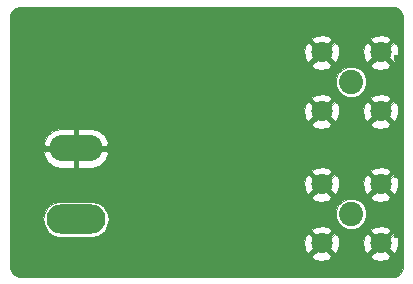
<source format=gbr>
G04 #@! TF.GenerationSoftware,KiCad,Pcbnew,(5.0.2)-1*
G04 #@! TF.CreationDate,2019-08-18T14:58:17-04:00*
G04 #@! TF.ProjectId,LTC3260-DualRail,4c544333-3236-4302-9d44-75616c526169,rev?*
G04 #@! TF.SameCoordinates,Original*
G04 #@! TF.FileFunction,Copper,L2,Bot*
G04 #@! TF.FilePolarity,Positive*
%FSLAX46Y46*%
G04 Gerber Fmt 4.6, Leading zero omitted, Abs format (unit mm)*
G04 Created by KiCad (PCBNEW (5.0.2)-1) date 8/18/2019 2:58:17 PM*
%MOMM*%
%LPD*%
G01*
G04 APERTURE LIST*
G04 #@! TA.AperFunction,ComponentPad*
%ADD10O,5.000000X2.500000*%
G04 #@! TD*
G04 #@! TA.AperFunction,ComponentPad*
%ADD11O,4.500000X2.250000*%
G04 #@! TD*
G04 #@! TA.AperFunction,ComponentPad*
%ADD12C,1.800000*%
G04 #@! TD*
G04 #@! TA.AperFunction,ComponentPad*
%ADD13C,2.050000*%
G04 #@! TD*
G04 #@! TA.AperFunction,ViaPad*
%ADD14C,0.600000*%
G04 #@! TD*
G04 #@! TA.AperFunction,Conductor*
%ADD15C,0.100000*%
G04 #@! TD*
G04 APERTURE END LIST*
D10*
G04 #@! TO.P,J1,1*
G04 #@! TO.N,+9V*
X74150220Y-83774280D03*
D11*
G04 #@! TO.P,J1,2*
G04 #@! TO.N,GND*
X74150220Y-77774280D03*
G04 #@! TD*
D12*
G04 #@! TO.P,J2,2*
G04 #@! TO.N,GND*
X94954720Y-74636000D03*
X94954720Y-69636000D03*
X99954720Y-69636000D03*
X99954720Y-74636000D03*
D13*
G04 #@! TO.P,J2,1*
G04 #@! TO.N,/-5V*
X97454720Y-72136000D03*
G04 #@! TD*
G04 #@! TO.P,J3,1*
G04 #@! TO.N,/+5V*
X97454720Y-83312000D03*
D12*
G04 #@! TO.P,J3,2*
G04 #@! TO.N,GND*
X99954720Y-85812000D03*
X99954720Y-80812000D03*
X94954720Y-80812000D03*
X94954720Y-85812000D03*
G04 #@! TD*
D14*
G04 #@! TO.N,GND*
X85567520Y-69710300D03*
X87599520Y-85090000D03*
X86227920Y-85090000D03*
X85567520Y-85902800D03*
X85567520Y-86817200D03*
X86024720Y-80975200D03*
X85567520Y-70612000D03*
X86761320Y-70624700D03*
X87891620Y-70612000D03*
X82976720Y-69405500D03*
X82976720Y-70345300D03*
X82989420Y-67894200D03*
X84500720Y-67856100D03*
X90571320Y-73101200D03*
X91714320Y-73126600D03*
X93124020Y-72898000D03*
X88519000Y-76073000D03*
X91498420Y-77127100D03*
X88475820Y-77609700D03*
X88488520Y-78803500D03*
X91777820Y-78371700D03*
X91041220Y-81965800D03*
X76829920Y-75935840D03*
X70779640Y-76123800D03*
X74112120Y-75432920D03*
X78994000Y-86106000D03*
X78994000Y-87376000D03*
X81851500Y-87439500D03*
X81915000Y-86106000D03*
X79502000Y-80518000D03*
X80772000Y-80010000D03*
X69850000Y-66294000D03*
X72898000Y-66294000D03*
X75946000Y-66294000D03*
X78994000Y-66294000D03*
X81788000Y-66294000D03*
X90170000Y-66294000D03*
X93218000Y-66294000D03*
X96520000Y-66294000D03*
X99314000Y-66294000D03*
X101346000Y-67818000D03*
X101346000Y-70104000D03*
X101346000Y-73406000D03*
X101346000Y-75692000D03*
X101346000Y-77978000D03*
X101346000Y-80010000D03*
X101346000Y-82296000D03*
X101346000Y-85090000D03*
X101346000Y-87630000D03*
X98806000Y-88138000D03*
X96012000Y-88138000D03*
X93218000Y-88138000D03*
X77724000Y-88138000D03*
X74676000Y-88138000D03*
X72136000Y-88138000D03*
X69596000Y-88138000D03*
X69088000Y-85852000D03*
X69088000Y-83312000D03*
X69088000Y-80518000D03*
X69088000Y-77216000D03*
X69088000Y-74168000D03*
X69088000Y-71120000D03*
X69088000Y-68326000D03*
G04 #@! TD*
D15*
G04 #@! TO.N,GND*
G36*
X101373506Y-65868382D02*
X101612156Y-66027844D01*
X101771618Y-66266494D01*
X101833000Y-66575085D01*
X101833001Y-87856910D01*
X101771618Y-88165506D01*
X101612156Y-88404156D01*
X101373506Y-88563618D01*
X101064915Y-88625000D01*
X69369085Y-88625000D01*
X69060494Y-88563618D01*
X68821844Y-88404156D01*
X68662382Y-88165506D01*
X68601000Y-87856915D01*
X68601000Y-86897782D01*
X94157438Y-86897782D01*
X94254246Y-87123185D01*
X94809335Y-87291437D01*
X95386557Y-87234458D01*
X95655194Y-87123185D01*
X95752002Y-86897782D01*
X99157438Y-86897782D01*
X99254246Y-87123185D01*
X99809335Y-87291437D01*
X100386557Y-87234458D01*
X100655194Y-87123185D01*
X100752002Y-86897782D01*
X99954720Y-86100500D01*
X99157438Y-86897782D01*
X95752002Y-86897782D01*
X94954720Y-86100500D01*
X94157438Y-86897782D01*
X68601000Y-86897782D01*
X68601000Y-85666615D01*
X93475283Y-85666615D01*
X93532262Y-86243837D01*
X93643535Y-86512474D01*
X93868938Y-86609282D01*
X94666220Y-85812000D01*
X95243220Y-85812000D01*
X96040502Y-86609282D01*
X96265905Y-86512474D01*
X96434157Y-85957385D01*
X96405455Y-85666615D01*
X98475283Y-85666615D01*
X98532262Y-86243837D01*
X98643535Y-86512474D01*
X98868938Y-86609282D01*
X99666220Y-85812000D01*
X100243220Y-85812000D01*
X101040502Y-86609282D01*
X101265905Y-86512474D01*
X101434157Y-85957385D01*
X101377178Y-85380163D01*
X101265905Y-85111526D01*
X101040502Y-85014718D01*
X100243220Y-85812000D01*
X99666220Y-85812000D01*
X98868938Y-85014718D01*
X98643535Y-85111526D01*
X98475283Y-85666615D01*
X96405455Y-85666615D01*
X96377178Y-85380163D01*
X96265905Y-85111526D01*
X96040502Y-85014718D01*
X95243220Y-85812000D01*
X94666220Y-85812000D01*
X93868938Y-85014718D01*
X93643535Y-85111526D01*
X93475283Y-85666615D01*
X68601000Y-85666615D01*
X68601000Y-83774280D01*
X71370834Y-83774280D01*
X71487252Y-84359551D01*
X71818781Y-84855719D01*
X72314949Y-85187248D01*
X72752487Y-85274280D01*
X75547953Y-85274280D01*
X75985491Y-85187248D01*
X76481659Y-84855719D01*
X76568188Y-84726218D01*
X94157438Y-84726218D01*
X94954720Y-85523500D01*
X95752002Y-84726218D01*
X99157438Y-84726218D01*
X99954720Y-85523500D01*
X100752002Y-84726218D01*
X100655194Y-84500815D01*
X100100105Y-84332563D01*
X99522883Y-84389542D01*
X99254246Y-84500815D01*
X99157438Y-84726218D01*
X95752002Y-84726218D01*
X95655194Y-84500815D01*
X95100105Y-84332563D01*
X94522883Y-84389542D01*
X94254246Y-84500815D01*
X94157438Y-84726218D01*
X76568188Y-84726218D01*
X76813188Y-84359551D01*
X76929606Y-83774280D01*
X76813188Y-83189009D01*
X76725910Y-83058387D01*
X96179720Y-83058387D01*
X96179720Y-83565613D01*
X96373827Y-84034230D01*
X96732490Y-84392893D01*
X97201107Y-84587000D01*
X97708333Y-84587000D01*
X98176950Y-84392893D01*
X98535613Y-84034230D01*
X98729720Y-83565613D01*
X98729720Y-83058387D01*
X98535613Y-82589770D01*
X98176950Y-82231107D01*
X97708333Y-82037000D01*
X97201107Y-82037000D01*
X96732490Y-82231107D01*
X96373827Y-82589770D01*
X96179720Y-83058387D01*
X76725910Y-83058387D01*
X76481659Y-82692841D01*
X75985491Y-82361312D01*
X75547953Y-82274280D01*
X72752487Y-82274280D01*
X72314949Y-82361312D01*
X71818781Y-82692841D01*
X71487252Y-83189009D01*
X71370834Y-83774280D01*
X68601000Y-83774280D01*
X68601000Y-81897782D01*
X94157438Y-81897782D01*
X94254246Y-82123185D01*
X94809335Y-82291437D01*
X95386557Y-82234458D01*
X95655194Y-82123185D01*
X95752002Y-81897782D01*
X99157438Y-81897782D01*
X99254246Y-82123185D01*
X99809335Y-82291437D01*
X100386557Y-82234458D01*
X100655194Y-82123185D01*
X100752002Y-81897782D01*
X99954720Y-81100500D01*
X99157438Y-81897782D01*
X95752002Y-81897782D01*
X94954720Y-81100500D01*
X94157438Y-81897782D01*
X68601000Y-81897782D01*
X68601000Y-80666615D01*
X93475283Y-80666615D01*
X93532262Y-81243837D01*
X93643535Y-81512474D01*
X93868938Y-81609282D01*
X94666220Y-80812000D01*
X95243220Y-80812000D01*
X96040502Y-81609282D01*
X96265905Y-81512474D01*
X96434157Y-80957385D01*
X96405455Y-80666615D01*
X98475283Y-80666615D01*
X98532262Y-81243837D01*
X98643535Y-81512474D01*
X98868938Y-81609282D01*
X99666220Y-80812000D01*
X100243220Y-80812000D01*
X101040502Y-81609282D01*
X101265905Y-81512474D01*
X101434157Y-80957385D01*
X101377178Y-80380163D01*
X101265905Y-80111526D01*
X101040502Y-80014718D01*
X100243220Y-80812000D01*
X99666220Y-80812000D01*
X98868938Y-80014718D01*
X98643535Y-80111526D01*
X98475283Y-80666615D01*
X96405455Y-80666615D01*
X96377178Y-80380163D01*
X96265905Y-80111526D01*
X96040502Y-80014718D01*
X95243220Y-80812000D01*
X94666220Y-80812000D01*
X93868938Y-80014718D01*
X93643535Y-80111526D01*
X93475283Y-80666615D01*
X68601000Y-80666615D01*
X68601000Y-79726218D01*
X94157438Y-79726218D01*
X94954720Y-80523500D01*
X95752002Y-79726218D01*
X99157438Y-79726218D01*
X99954720Y-80523500D01*
X100752002Y-79726218D01*
X100655194Y-79500815D01*
X100100105Y-79332563D01*
X99522883Y-79389542D01*
X99254246Y-79500815D01*
X99157438Y-79726218D01*
X95752002Y-79726218D01*
X95655194Y-79500815D01*
X95100105Y-79332563D01*
X94522883Y-79389542D01*
X94254246Y-79500815D01*
X94157438Y-79726218D01*
X68601000Y-79726218D01*
X68601000Y-77311454D01*
X71407109Y-77311454D01*
X71495260Y-77570280D01*
X72450171Y-77570280D01*
X72450170Y-77978280D01*
X71495260Y-77978280D01*
X71407109Y-78237106D01*
X71690909Y-78820091D01*
X72192692Y-79251102D01*
X72821220Y-79457280D01*
X73946220Y-79457280D01*
X73946220Y-78474330D01*
X74354220Y-78474330D01*
X74354220Y-79457280D01*
X75479220Y-79457280D01*
X76107748Y-79251102D01*
X76609531Y-78820091D01*
X76893331Y-78237106D01*
X76805180Y-77978280D01*
X75850270Y-77978280D01*
X75850270Y-77570280D01*
X76805180Y-77570280D01*
X76893331Y-77311454D01*
X76609531Y-76728469D01*
X76107748Y-76297458D01*
X75479220Y-76091280D01*
X74354220Y-76091280D01*
X74354220Y-77074230D01*
X73946220Y-77074230D01*
X73946220Y-76091280D01*
X72821220Y-76091280D01*
X72192692Y-76297458D01*
X71690909Y-76728469D01*
X71407109Y-77311454D01*
X68601000Y-77311454D01*
X68601000Y-75721782D01*
X94157438Y-75721782D01*
X94254246Y-75947185D01*
X94809335Y-76115437D01*
X95386557Y-76058458D01*
X95655194Y-75947185D01*
X95752002Y-75721782D01*
X99157438Y-75721782D01*
X99254246Y-75947185D01*
X99809335Y-76115437D01*
X100386557Y-76058458D01*
X100655194Y-75947185D01*
X100752002Y-75721782D01*
X99954720Y-74924500D01*
X99157438Y-75721782D01*
X95752002Y-75721782D01*
X94954720Y-74924500D01*
X94157438Y-75721782D01*
X68601000Y-75721782D01*
X68601000Y-74490615D01*
X93475283Y-74490615D01*
X93532262Y-75067837D01*
X93643535Y-75336474D01*
X93868938Y-75433282D01*
X94666220Y-74636000D01*
X95243220Y-74636000D01*
X96040502Y-75433282D01*
X96265905Y-75336474D01*
X96434157Y-74781385D01*
X96405455Y-74490615D01*
X98475283Y-74490615D01*
X98532262Y-75067837D01*
X98643535Y-75336474D01*
X98868938Y-75433282D01*
X99666220Y-74636000D01*
X100243220Y-74636000D01*
X101040502Y-75433282D01*
X101265905Y-75336474D01*
X101434157Y-74781385D01*
X101377178Y-74204163D01*
X101265905Y-73935526D01*
X101040502Y-73838718D01*
X100243220Y-74636000D01*
X99666220Y-74636000D01*
X98868938Y-73838718D01*
X98643535Y-73935526D01*
X98475283Y-74490615D01*
X96405455Y-74490615D01*
X96377178Y-74204163D01*
X96265905Y-73935526D01*
X96040502Y-73838718D01*
X95243220Y-74636000D01*
X94666220Y-74636000D01*
X93868938Y-73838718D01*
X93643535Y-73935526D01*
X93475283Y-74490615D01*
X68601000Y-74490615D01*
X68601000Y-73550218D01*
X94157438Y-73550218D01*
X94954720Y-74347500D01*
X95752002Y-73550218D01*
X99157438Y-73550218D01*
X99954720Y-74347500D01*
X100752002Y-73550218D01*
X100655194Y-73324815D01*
X100100105Y-73156563D01*
X99522883Y-73213542D01*
X99254246Y-73324815D01*
X99157438Y-73550218D01*
X95752002Y-73550218D01*
X95655194Y-73324815D01*
X95100105Y-73156563D01*
X94522883Y-73213542D01*
X94254246Y-73324815D01*
X94157438Y-73550218D01*
X68601000Y-73550218D01*
X68601000Y-71882387D01*
X96179720Y-71882387D01*
X96179720Y-72389613D01*
X96373827Y-72858230D01*
X96732490Y-73216893D01*
X97201107Y-73411000D01*
X97708333Y-73411000D01*
X98176950Y-73216893D01*
X98535613Y-72858230D01*
X98729720Y-72389613D01*
X98729720Y-71882387D01*
X98535613Y-71413770D01*
X98176950Y-71055107D01*
X97708333Y-70861000D01*
X97201107Y-70861000D01*
X96732490Y-71055107D01*
X96373827Y-71413770D01*
X96179720Y-71882387D01*
X68601000Y-71882387D01*
X68601000Y-70721782D01*
X94157438Y-70721782D01*
X94254246Y-70947185D01*
X94809335Y-71115437D01*
X95386557Y-71058458D01*
X95655194Y-70947185D01*
X95752002Y-70721782D01*
X99157438Y-70721782D01*
X99254246Y-70947185D01*
X99809335Y-71115437D01*
X100386557Y-71058458D01*
X100655194Y-70947185D01*
X100752002Y-70721782D01*
X99954720Y-69924500D01*
X99157438Y-70721782D01*
X95752002Y-70721782D01*
X94954720Y-69924500D01*
X94157438Y-70721782D01*
X68601000Y-70721782D01*
X68601000Y-69490615D01*
X93475283Y-69490615D01*
X93532262Y-70067837D01*
X93643535Y-70336474D01*
X93868938Y-70433282D01*
X94666220Y-69636000D01*
X95243220Y-69636000D01*
X96040502Y-70433282D01*
X96265905Y-70336474D01*
X96434157Y-69781385D01*
X96405455Y-69490615D01*
X98475283Y-69490615D01*
X98532262Y-70067837D01*
X98643535Y-70336474D01*
X98868938Y-70433282D01*
X99666220Y-69636000D01*
X100243220Y-69636000D01*
X101040502Y-70433282D01*
X101265905Y-70336474D01*
X101434157Y-69781385D01*
X101377178Y-69204163D01*
X101265905Y-68935526D01*
X101040502Y-68838718D01*
X100243220Y-69636000D01*
X99666220Y-69636000D01*
X98868938Y-68838718D01*
X98643535Y-68935526D01*
X98475283Y-69490615D01*
X96405455Y-69490615D01*
X96377178Y-69204163D01*
X96265905Y-68935526D01*
X96040502Y-68838718D01*
X95243220Y-69636000D01*
X94666220Y-69636000D01*
X93868938Y-68838718D01*
X93643535Y-68935526D01*
X93475283Y-69490615D01*
X68601000Y-69490615D01*
X68601000Y-68550218D01*
X94157438Y-68550218D01*
X94954720Y-69347500D01*
X95752002Y-68550218D01*
X99157438Y-68550218D01*
X99954720Y-69347500D01*
X100752002Y-68550218D01*
X100655194Y-68324815D01*
X100100105Y-68156563D01*
X99522883Y-68213542D01*
X99254246Y-68324815D01*
X99157438Y-68550218D01*
X95752002Y-68550218D01*
X95655194Y-68324815D01*
X95100105Y-68156563D01*
X94522883Y-68213542D01*
X94254246Y-68324815D01*
X94157438Y-68550218D01*
X68601000Y-68550218D01*
X68601000Y-66575085D01*
X68662382Y-66266494D01*
X68821844Y-66027844D01*
X69060494Y-65868382D01*
X69369085Y-65807000D01*
X101064915Y-65807000D01*
X101373506Y-65868382D01*
X101373506Y-65868382D01*
G37*
X101373506Y-65868382D02*
X101612156Y-66027844D01*
X101771618Y-66266494D01*
X101833000Y-66575085D01*
X101833001Y-87856910D01*
X101771618Y-88165506D01*
X101612156Y-88404156D01*
X101373506Y-88563618D01*
X101064915Y-88625000D01*
X69369085Y-88625000D01*
X69060494Y-88563618D01*
X68821844Y-88404156D01*
X68662382Y-88165506D01*
X68601000Y-87856915D01*
X68601000Y-86897782D01*
X94157438Y-86897782D01*
X94254246Y-87123185D01*
X94809335Y-87291437D01*
X95386557Y-87234458D01*
X95655194Y-87123185D01*
X95752002Y-86897782D01*
X99157438Y-86897782D01*
X99254246Y-87123185D01*
X99809335Y-87291437D01*
X100386557Y-87234458D01*
X100655194Y-87123185D01*
X100752002Y-86897782D01*
X99954720Y-86100500D01*
X99157438Y-86897782D01*
X95752002Y-86897782D01*
X94954720Y-86100500D01*
X94157438Y-86897782D01*
X68601000Y-86897782D01*
X68601000Y-85666615D01*
X93475283Y-85666615D01*
X93532262Y-86243837D01*
X93643535Y-86512474D01*
X93868938Y-86609282D01*
X94666220Y-85812000D01*
X95243220Y-85812000D01*
X96040502Y-86609282D01*
X96265905Y-86512474D01*
X96434157Y-85957385D01*
X96405455Y-85666615D01*
X98475283Y-85666615D01*
X98532262Y-86243837D01*
X98643535Y-86512474D01*
X98868938Y-86609282D01*
X99666220Y-85812000D01*
X100243220Y-85812000D01*
X101040502Y-86609282D01*
X101265905Y-86512474D01*
X101434157Y-85957385D01*
X101377178Y-85380163D01*
X101265905Y-85111526D01*
X101040502Y-85014718D01*
X100243220Y-85812000D01*
X99666220Y-85812000D01*
X98868938Y-85014718D01*
X98643535Y-85111526D01*
X98475283Y-85666615D01*
X96405455Y-85666615D01*
X96377178Y-85380163D01*
X96265905Y-85111526D01*
X96040502Y-85014718D01*
X95243220Y-85812000D01*
X94666220Y-85812000D01*
X93868938Y-85014718D01*
X93643535Y-85111526D01*
X93475283Y-85666615D01*
X68601000Y-85666615D01*
X68601000Y-83774280D01*
X71370834Y-83774280D01*
X71487252Y-84359551D01*
X71818781Y-84855719D01*
X72314949Y-85187248D01*
X72752487Y-85274280D01*
X75547953Y-85274280D01*
X75985491Y-85187248D01*
X76481659Y-84855719D01*
X76568188Y-84726218D01*
X94157438Y-84726218D01*
X94954720Y-85523500D01*
X95752002Y-84726218D01*
X99157438Y-84726218D01*
X99954720Y-85523500D01*
X100752002Y-84726218D01*
X100655194Y-84500815D01*
X100100105Y-84332563D01*
X99522883Y-84389542D01*
X99254246Y-84500815D01*
X99157438Y-84726218D01*
X95752002Y-84726218D01*
X95655194Y-84500815D01*
X95100105Y-84332563D01*
X94522883Y-84389542D01*
X94254246Y-84500815D01*
X94157438Y-84726218D01*
X76568188Y-84726218D01*
X76813188Y-84359551D01*
X76929606Y-83774280D01*
X76813188Y-83189009D01*
X76725910Y-83058387D01*
X96179720Y-83058387D01*
X96179720Y-83565613D01*
X96373827Y-84034230D01*
X96732490Y-84392893D01*
X97201107Y-84587000D01*
X97708333Y-84587000D01*
X98176950Y-84392893D01*
X98535613Y-84034230D01*
X98729720Y-83565613D01*
X98729720Y-83058387D01*
X98535613Y-82589770D01*
X98176950Y-82231107D01*
X97708333Y-82037000D01*
X97201107Y-82037000D01*
X96732490Y-82231107D01*
X96373827Y-82589770D01*
X96179720Y-83058387D01*
X76725910Y-83058387D01*
X76481659Y-82692841D01*
X75985491Y-82361312D01*
X75547953Y-82274280D01*
X72752487Y-82274280D01*
X72314949Y-82361312D01*
X71818781Y-82692841D01*
X71487252Y-83189009D01*
X71370834Y-83774280D01*
X68601000Y-83774280D01*
X68601000Y-81897782D01*
X94157438Y-81897782D01*
X94254246Y-82123185D01*
X94809335Y-82291437D01*
X95386557Y-82234458D01*
X95655194Y-82123185D01*
X95752002Y-81897782D01*
X99157438Y-81897782D01*
X99254246Y-82123185D01*
X99809335Y-82291437D01*
X100386557Y-82234458D01*
X100655194Y-82123185D01*
X100752002Y-81897782D01*
X99954720Y-81100500D01*
X99157438Y-81897782D01*
X95752002Y-81897782D01*
X94954720Y-81100500D01*
X94157438Y-81897782D01*
X68601000Y-81897782D01*
X68601000Y-80666615D01*
X93475283Y-80666615D01*
X93532262Y-81243837D01*
X93643535Y-81512474D01*
X93868938Y-81609282D01*
X94666220Y-80812000D01*
X95243220Y-80812000D01*
X96040502Y-81609282D01*
X96265905Y-81512474D01*
X96434157Y-80957385D01*
X96405455Y-80666615D01*
X98475283Y-80666615D01*
X98532262Y-81243837D01*
X98643535Y-81512474D01*
X98868938Y-81609282D01*
X99666220Y-80812000D01*
X100243220Y-80812000D01*
X101040502Y-81609282D01*
X101265905Y-81512474D01*
X101434157Y-80957385D01*
X101377178Y-80380163D01*
X101265905Y-80111526D01*
X101040502Y-80014718D01*
X100243220Y-80812000D01*
X99666220Y-80812000D01*
X98868938Y-80014718D01*
X98643535Y-80111526D01*
X98475283Y-80666615D01*
X96405455Y-80666615D01*
X96377178Y-80380163D01*
X96265905Y-80111526D01*
X96040502Y-80014718D01*
X95243220Y-80812000D01*
X94666220Y-80812000D01*
X93868938Y-80014718D01*
X93643535Y-80111526D01*
X93475283Y-80666615D01*
X68601000Y-80666615D01*
X68601000Y-79726218D01*
X94157438Y-79726218D01*
X94954720Y-80523500D01*
X95752002Y-79726218D01*
X99157438Y-79726218D01*
X99954720Y-80523500D01*
X100752002Y-79726218D01*
X100655194Y-79500815D01*
X100100105Y-79332563D01*
X99522883Y-79389542D01*
X99254246Y-79500815D01*
X99157438Y-79726218D01*
X95752002Y-79726218D01*
X95655194Y-79500815D01*
X95100105Y-79332563D01*
X94522883Y-79389542D01*
X94254246Y-79500815D01*
X94157438Y-79726218D01*
X68601000Y-79726218D01*
X68601000Y-77311454D01*
X71407109Y-77311454D01*
X71495260Y-77570280D01*
X72450171Y-77570280D01*
X72450170Y-77978280D01*
X71495260Y-77978280D01*
X71407109Y-78237106D01*
X71690909Y-78820091D01*
X72192692Y-79251102D01*
X72821220Y-79457280D01*
X73946220Y-79457280D01*
X73946220Y-78474330D01*
X74354220Y-78474330D01*
X74354220Y-79457280D01*
X75479220Y-79457280D01*
X76107748Y-79251102D01*
X76609531Y-78820091D01*
X76893331Y-78237106D01*
X76805180Y-77978280D01*
X75850270Y-77978280D01*
X75850270Y-77570280D01*
X76805180Y-77570280D01*
X76893331Y-77311454D01*
X76609531Y-76728469D01*
X76107748Y-76297458D01*
X75479220Y-76091280D01*
X74354220Y-76091280D01*
X74354220Y-77074230D01*
X73946220Y-77074230D01*
X73946220Y-76091280D01*
X72821220Y-76091280D01*
X72192692Y-76297458D01*
X71690909Y-76728469D01*
X71407109Y-77311454D01*
X68601000Y-77311454D01*
X68601000Y-75721782D01*
X94157438Y-75721782D01*
X94254246Y-75947185D01*
X94809335Y-76115437D01*
X95386557Y-76058458D01*
X95655194Y-75947185D01*
X95752002Y-75721782D01*
X99157438Y-75721782D01*
X99254246Y-75947185D01*
X99809335Y-76115437D01*
X100386557Y-76058458D01*
X100655194Y-75947185D01*
X100752002Y-75721782D01*
X99954720Y-74924500D01*
X99157438Y-75721782D01*
X95752002Y-75721782D01*
X94954720Y-74924500D01*
X94157438Y-75721782D01*
X68601000Y-75721782D01*
X68601000Y-74490615D01*
X93475283Y-74490615D01*
X93532262Y-75067837D01*
X93643535Y-75336474D01*
X93868938Y-75433282D01*
X94666220Y-74636000D01*
X95243220Y-74636000D01*
X96040502Y-75433282D01*
X96265905Y-75336474D01*
X96434157Y-74781385D01*
X96405455Y-74490615D01*
X98475283Y-74490615D01*
X98532262Y-75067837D01*
X98643535Y-75336474D01*
X98868938Y-75433282D01*
X99666220Y-74636000D01*
X100243220Y-74636000D01*
X101040502Y-75433282D01*
X101265905Y-75336474D01*
X101434157Y-74781385D01*
X101377178Y-74204163D01*
X101265905Y-73935526D01*
X101040502Y-73838718D01*
X100243220Y-74636000D01*
X99666220Y-74636000D01*
X98868938Y-73838718D01*
X98643535Y-73935526D01*
X98475283Y-74490615D01*
X96405455Y-74490615D01*
X96377178Y-74204163D01*
X96265905Y-73935526D01*
X96040502Y-73838718D01*
X95243220Y-74636000D01*
X94666220Y-74636000D01*
X93868938Y-73838718D01*
X93643535Y-73935526D01*
X93475283Y-74490615D01*
X68601000Y-74490615D01*
X68601000Y-73550218D01*
X94157438Y-73550218D01*
X94954720Y-74347500D01*
X95752002Y-73550218D01*
X99157438Y-73550218D01*
X99954720Y-74347500D01*
X100752002Y-73550218D01*
X100655194Y-73324815D01*
X100100105Y-73156563D01*
X99522883Y-73213542D01*
X99254246Y-73324815D01*
X99157438Y-73550218D01*
X95752002Y-73550218D01*
X95655194Y-73324815D01*
X95100105Y-73156563D01*
X94522883Y-73213542D01*
X94254246Y-73324815D01*
X94157438Y-73550218D01*
X68601000Y-73550218D01*
X68601000Y-71882387D01*
X96179720Y-71882387D01*
X96179720Y-72389613D01*
X96373827Y-72858230D01*
X96732490Y-73216893D01*
X97201107Y-73411000D01*
X97708333Y-73411000D01*
X98176950Y-73216893D01*
X98535613Y-72858230D01*
X98729720Y-72389613D01*
X98729720Y-71882387D01*
X98535613Y-71413770D01*
X98176950Y-71055107D01*
X97708333Y-70861000D01*
X97201107Y-70861000D01*
X96732490Y-71055107D01*
X96373827Y-71413770D01*
X96179720Y-71882387D01*
X68601000Y-71882387D01*
X68601000Y-70721782D01*
X94157438Y-70721782D01*
X94254246Y-70947185D01*
X94809335Y-71115437D01*
X95386557Y-71058458D01*
X95655194Y-70947185D01*
X95752002Y-70721782D01*
X99157438Y-70721782D01*
X99254246Y-70947185D01*
X99809335Y-71115437D01*
X100386557Y-71058458D01*
X100655194Y-70947185D01*
X100752002Y-70721782D01*
X99954720Y-69924500D01*
X99157438Y-70721782D01*
X95752002Y-70721782D01*
X94954720Y-69924500D01*
X94157438Y-70721782D01*
X68601000Y-70721782D01*
X68601000Y-69490615D01*
X93475283Y-69490615D01*
X93532262Y-70067837D01*
X93643535Y-70336474D01*
X93868938Y-70433282D01*
X94666220Y-69636000D01*
X95243220Y-69636000D01*
X96040502Y-70433282D01*
X96265905Y-70336474D01*
X96434157Y-69781385D01*
X96405455Y-69490615D01*
X98475283Y-69490615D01*
X98532262Y-70067837D01*
X98643535Y-70336474D01*
X98868938Y-70433282D01*
X99666220Y-69636000D01*
X100243220Y-69636000D01*
X101040502Y-70433282D01*
X101265905Y-70336474D01*
X101434157Y-69781385D01*
X101377178Y-69204163D01*
X101265905Y-68935526D01*
X101040502Y-68838718D01*
X100243220Y-69636000D01*
X99666220Y-69636000D01*
X98868938Y-68838718D01*
X98643535Y-68935526D01*
X98475283Y-69490615D01*
X96405455Y-69490615D01*
X96377178Y-69204163D01*
X96265905Y-68935526D01*
X96040502Y-68838718D01*
X95243220Y-69636000D01*
X94666220Y-69636000D01*
X93868938Y-68838718D01*
X93643535Y-68935526D01*
X93475283Y-69490615D01*
X68601000Y-69490615D01*
X68601000Y-68550218D01*
X94157438Y-68550218D01*
X94954720Y-69347500D01*
X95752002Y-68550218D01*
X99157438Y-68550218D01*
X99954720Y-69347500D01*
X100752002Y-68550218D01*
X100655194Y-68324815D01*
X100100105Y-68156563D01*
X99522883Y-68213542D01*
X99254246Y-68324815D01*
X99157438Y-68550218D01*
X95752002Y-68550218D01*
X95655194Y-68324815D01*
X95100105Y-68156563D01*
X94522883Y-68213542D01*
X94254246Y-68324815D01*
X94157438Y-68550218D01*
X68601000Y-68550218D01*
X68601000Y-66575085D01*
X68662382Y-66266494D01*
X68821844Y-66027844D01*
X69060494Y-65868382D01*
X69369085Y-65807000D01*
X101064915Y-65807000D01*
X101373506Y-65868382D01*
G36*
X74354220Y-77570280D02*
X75450170Y-77570280D01*
X75450171Y-77978280D01*
X74354220Y-77978280D01*
X74354220Y-78074230D01*
X73946220Y-78074230D01*
X73946220Y-77978280D01*
X72850270Y-77978280D01*
X72850270Y-77570280D01*
X73946220Y-77570280D01*
X73946220Y-77474330D01*
X74354220Y-77474330D01*
X74354220Y-77570280D01*
X74354220Y-77570280D01*
G37*
X74354220Y-77570280D02*
X75450170Y-77570280D01*
X75450171Y-77978280D01*
X74354220Y-77978280D01*
X74354220Y-78074230D01*
X73946220Y-78074230D01*
X73946220Y-77978280D01*
X72850270Y-77978280D01*
X72850270Y-77570280D01*
X73946220Y-77570280D01*
X73946220Y-77474330D01*
X74354220Y-77474330D01*
X74354220Y-77570280D01*
G04 #@! TD*
M02*

</source>
